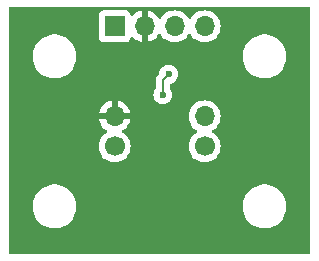
<source format=gbr>
%TF.GenerationSoftware,KiCad,Pcbnew,8.0.1*%
%TF.CreationDate,2025-03-04T14:29:29-08:00*%
%TF.ProjectId,VEML3328,56454d4c-3333-4323-982e-6b696361645f,rev?*%
%TF.SameCoordinates,Original*%
%TF.FileFunction,Copper,L2,Bot*%
%TF.FilePolarity,Positive*%
%FSLAX46Y46*%
G04 Gerber Fmt 4.6, Leading zero omitted, Abs format (unit mm)*
G04 Created by KiCad (PCBNEW 8.0.1) date 2025-03-04 14:29:29*
%MOMM*%
%LPD*%
G01*
G04 APERTURE LIST*
%TA.AperFunction,ComponentPad*%
%ADD10R,1.700000X1.700000*%
%TD*%
%TA.AperFunction,ComponentPad*%
%ADD11O,1.700000X1.700000*%
%TD*%
%TA.AperFunction,ComponentPad*%
%ADD12C,1.700000*%
%TD*%
%TA.AperFunction,ViaPad*%
%ADD13C,0.600000*%
%TD*%
%TA.AperFunction,Conductor*%
%ADD14C,0.200000*%
%TD*%
G04 APERTURE END LIST*
D10*
%TO.P,J1,1,Pin_1*%
%TO.N,/VDD*%
X142240000Y-81280000D03*
D11*
%TO.P,J1,2,Pin_2*%
%TO.N,/GND*%
X144780000Y-81280000D03*
%TO.P,J1,3,Pin_3*%
%TO.N,/SDA*%
X147319999Y-81280000D03*
%TO.P,J1,4,Pin_4*%
%TO.N,/SCK*%
X149860000Y-81280000D03*
%TD*%
D12*
%TO.P,J3,1,Pin_2*%
%TO.N,/SDA*%
X142240000Y-91440000D03*
D11*
%TO.P,J3,2,Pin_1*%
%TO.N,/GND*%
X142240000Y-88900000D03*
%TD*%
D12*
%TO.P,J2,1,Pin_1*%
%TO.N,/SCK*%
X149860000Y-91440000D03*
D11*
%TO.P,J2,2,Pin_2*%
%TO.N,/VDD*%
X149860000Y-88900000D03*
%TD*%
D13*
%TO.N,/SDA*%
X146812000Y-85344000D03*
X146320549Y-87084609D03*
%TD*%
D14*
%TO.N,/SDA*%
X146320549Y-85835451D02*
X146812000Y-85344000D01*
X146320549Y-87084609D02*
X146320549Y-85835451D01*
%TD*%
%TA.AperFunction,Conductor*%
%TO.N,/GND*%
G36*
X158762539Y-79646185D02*
G01*
X158808294Y-79698989D01*
X158819500Y-79750500D01*
X158819500Y-100395500D01*
X158799815Y-100462539D01*
X158747011Y-100508294D01*
X158695500Y-100519500D01*
X133404500Y-100519500D01*
X133337461Y-100499815D01*
X133291706Y-100447011D01*
X133280500Y-100395500D01*
X133280500Y-96641288D01*
X135309500Y-96641288D01*
X135341161Y-96881785D01*
X135403947Y-97116104D01*
X135496773Y-97340205D01*
X135496776Y-97340212D01*
X135618064Y-97550289D01*
X135618066Y-97550292D01*
X135618067Y-97550293D01*
X135765733Y-97742736D01*
X135765739Y-97742743D01*
X135937256Y-97914260D01*
X135937262Y-97914265D01*
X136129711Y-98061936D01*
X136339788Y-98183224D01*
X136563900Y-98276054D01*
X136798211Y-98338838D01*
X136978586Y-98362584D01*
X137038711Y-98370500D01*
X137038712Y-98370500D01*
X137281289Y-98370500D01*
X137329388Y-98364167D01*
X137521789Y-98338838D01*
X137756100Y-98276054D01*
X137980212Y-98183224D01*
X138190289Y-98061936D01*
X138382738Y-97914265D01*
X138554265Y-97742738D01*
X138701936Y-97550289D01*
X138823224Y-97340212D01*
X138916054Y-97116100D01*
X138978838Y-96881789D01*
X139010500Y-96641288D01*
X153089500Y-96641288D01*
X153121161Y-96881785D01*
X153183947Y-97116104D01*
X153276773Y-97340205D01*
X153276776Y-97340212D01*
X153398064Y-97550289D01*
X153398066Y-97550292D01*
X153398067Y-97550293D01*
X153545733Y-97742736D01*
X153545739Y-97742743D01*
X153717256Y-97914260D01*
X153717262Y-97914265D01*
X153909711Y-98061936D01*
X154119788Y-98183224D01*
X154343900Y-98276054D01*
X154578211Y-98338838D01*
X154758586Y-98362584D01*
X154818711Y-98370500D01*
X154818712Y-98370500D01*
X155061289Y-98370500D01*
X155109388Y-98364167D01*
X155301789Y-98338838D01*
X155536100Y-98276054D01*
X155760212Y-98183224D01*
X155970289Y-98061936D01*
X156162738Y-97914265D01*
X156334265Y-97742738D01*
X156481936Y-97550289D01*
X156603224Y-97340212D01*
X156696054Y-97116100D01*
X156758838Y-96881789D01*
X156790500Y-96641288D01*
X156790500Y-96398712D01*
X156758838Y-96158211D01*
X156696054Y-95923900D01*
X156603224Y-95699788D01*
X156481936Y-95489711D01*
X156334265Y-95297262D01*
X156334260Y-95297256D01*
X156162743Y-95125739D01*
X156162736Y-95125733D01*
X155970293Y-94978067D01*
X155970292Y-94978066D01*
X155970289Y-94978064D01*
X155760212Y-94856776D01*
X155760205Y-94856773D01*
X155536104Y-94763947D01*
X155301785Y-94701161D01*
X155061289Y-94669500D01*
X155061288Y-94669500D01*
X154818712Y-94669500D01*
X154818711Y-94669500D01*
X154578214Y-94701161D01*
X154343895Y-94763947D01*
X154119794Y-94856773D01*
X154119785Y-94856777D01*
X153909706Y-94978067D01*
X153717263Y-95125733D01*
X153717256Y-95125739D01*
X153545739Y-95297256D01*
X153545733Y-95297263D01*
X153398067Y-95489706D01*
X153276777Y-95699785D01*
X153276773Y-95699794D01*
X153183947Y-95923895D01*
X153121161Y-96158214D01*
X153089500Y-96398711D01*
X153089500Y-96641288D01*
X139010500Y-96641288D01*
X139010500Y-96398712D01*
X138978838Y-96158211D01*
X138916054Y-95923900D01*
X138823224Y-95699788D01*
X138701936Y-95489711D01*
X138554265Y-95297262D01*
X138554260Y-95297256D01*
X138382743Y-95125739D01*
X138382736Y-95125733D01*
X138190293Y-94978067D01*
X138190292Y-94978066D01*
X138190289Y-94978064D01*
X137980212Y-94856776D01*
X137980205Y-94856773D01*
X137756104Y-94763947D01*
X137521785Y-94701161D01*
X137281289Y-94669500D01*
X137281288Y-94669500D01*
X137038712Y-94669500D01*
X137038711Y-94669500D01*
X136798214Y-94701161D01*
X136563895Y-94763947D01*
X136339794Y-94856773D01*
X136339785Y-94856777D01*
X136129706Y-94978067D01*
X135937263Y-95125733D01*
X135937256Y-95125739D01*
X135765739Y-95297256D01*
X135765733Y-95297263D01*
X135618067Y-95489706D01*
X135496777Y-95699785D01*
X135496773Y-95699794D01*
X135403947Y-95923895D01*
X135341161Y-96158214D01*
X135309500Y-96398711D01*
X135309500Y-96641288D01*
X133280500Y-96641288D01*
X133280500Y-91440000D01*
X140884341Y-91440000D01*
X140904936Y-91675403D01*
X140904938Y-91675413D01*
X140966094Y-91903655D01*
X140966096Y-91903659D01*
X140966097Y-91903663D01*
X141065965Y-92117830D01*
X141065967Y-92117834D01*
X141174281Y-92272521D01*
X141201505Y-92311401D01*
X141368599Y-92478495D01*
X141465384Y-92546265D01*
X141562165Y-92614032D01*
X141562167Y-92614033D01*
X141562170Y-92614035D01*
X141776337Y-92713903D01*
X142004592Y-92775063D01*
X142192918Y-92791539D01*
X142239999Y-92795659D01*
X142240000Y-92795659D01*
X142240001Y-92795659D01*
X142279234Y-92792226D01*
X142475408Y-92775063D01*
X142703663Y-92713903D01*
X142917830Y-92614035D01*
X143111401Y-92478495D01*
X143278495Y-92311401D01*
X143414035Y-92117830D01*
X143513903Y-91903663D01*
X143575063Y-91675408D01*
X143595659Y-91440000D01*
X148504341Y-91440000D01*
X148524936Y-91675403D01*
X148524938Y-91675413D01*
X148586094Y-91903655D01*
X148586096Y-91903659D01*
X148586097Y-91903663D01*
X148685965Y-92117830D01*
X148685967Y-92117834D01*
X148794281Y-92272521D01*
X148821505Y-92311401D01*
X148988599Y-92478495D01*
X149085384Y-92546265D01*
X149182165Y-92614032D01*
X149182167Y-92614033D01*
X149182170Y-92614035D01*
X149396337Y-92713903D01*
X149624592Y-92775063D01*
X149812918Y-92791539D01*
X149859999Y-92795659D01*
X149860000Y-92795659D01*
X149860001Y-92795659D01*
X149899234Y-92792226D01*
X150095408Y-92775063D01*
X150323663Y-92713903D01*
X150537830Y-92614035D01*
X150731401Y-92478495D01*
X150898495Y-92311401D01*
X151034035Y-92117830D01*
X151133903Y-91903663D01*
X151195063Y-91675408D01*
X151215659Y-91440000D01*
X151195063Y-91204592D01*
X151133903Y-90976337D01*
X151034035Y-90762171D01*
X150898495Y-90568599D01*
X150898494Y-90568597D01*
X150731402Y-90401506D01*
X150731396Y-90401501D01*
X150545842Y-90271575D01*
X150502217Y-90216998D01*
X150495023Y-90147500D01*
X150526546Y-90085145D01*
X150545842Y-90068425D01*
X150568026Y-90052891D01*
X150731401Y-89938495D01*
X150898495Y-89771401D01*
X151034035Y-89577830D01*
X151133903Y-89363663D01*
X151195063Y-89135408D01*
X151215659Y-88900000D01*
X151195063Y-88664592D01*
X151133903Y-88436337D01*
X151034035Y-88222171D01*
X150898495Y-88028599D01*
X150898494Y-88028597D01*
X150731402Y-87861506D01*
X150731395Y-87861501D01*
X150537834Y-87725967D01*
X150537830Y-87725965D01*
X150513080Y-87714424D01*
X150323663Y-87626097D01*
X150323659Y-87626096D01*
X150323655Y-87626094D01*
X150095413Y-87564938D01*
X150095403Y-87564936D01*
X149860001Y-87544341D01*
X149859999Y-87544341D01*
X149624596Y-87564936D01*
X149624586Y-87564938D01*
X149396344Y-87626094D01*
X149396335Y-87626098D01*
X149182171Y-87725964D01*
X149182169Y-87725965D01*
X148988597Y-87861505D01*
X148821505Y-88028597D01*
X148685965Y-88222169D01*
X148685964Y-88222171D01*
X148586098Y-88436335D01*
X148586094Y-88436344D01*
X148524938Y-88664586D01*
X148524936Y-88664596D01*
X148504341Y-88899999D01*
X148504341Y-88900000D01*
X148524936Y-89135403D01*
X148524938Y-89135413D01*
X148586094Y-89363655D01*
X148586096Y-89363659D01*
X148586097Y-89363663D01*
X148685847Y-89577578D01*
X148685965Y-89577830D01*
X148685967Y-89577834D01*
X148821501Y-89771395D01*
X148821506Y-89771402D01*
X148988597Y-89938493D01*
X148988603Y-89938498D01*
X149174158Y-90068425D01*
X149217783Y-90123002D01*
X149224977Y-90192500D01*
X149193454Y-90254855D01*
X149174158Y-90271575D01*
X148988597Y-90401505D01*
X148821505Y-90568597D01*
X148685965Y-90762169D01*
X148685964Y-90762171D01*
X148586098Y-90976335D01*
X148586094Y-90976344D01*
X148524938Y-91204586D01*
X148524936Y-91204596D01*
X148504341Y-91439999D01*
X148504341Y-91440000D01*
X143595659Y-91440000D01*
X143575063Y-91204592D01*
X143513903Y-90976337D01*
X143414035Y-90762171D01*
X143278495Y-90568599D01*
X143278494Y-90568597D01*
X143111402Y-90401506D01*
X143111401Y-90401505D01*
X142925405Y-90271269D01*
X142881781Y-90216692D01*
X142874588Y-90147193D01*
X142906110Y-90084839D01*
X142925405Y-90068119D01*
X143111082Y-89938105D01*
X143278105Y-89771082D01*
X143413600Y-89577578D01*
X143513429Y-89363492D01*
X143513432Y-89363486D01*
X143570636Y-89150000D01*
X142673012Y-89150000D01*
X142705925Y-89092993D01*
X142740000Y-88965826D01*
X142740000Y-88834174D01*
X142705925Y-88707007D01*
X142673012Y-88650000D01*
X143570636Y-88650000D01*
X143570635Y-88649999D01*
X143513432Y-88436513D01*
X143513429Y-88436507D01*
X143413600Y-88222422D01*
X143413599Y-88222420D01*
X143278113Y-88028926D01*
X143278108Y-88028920D01*
X143111082Y-87861894D01*
X142917578Y-87726399D01*
X142703492Y-87626570D01*
X142703486Y-87626567D01*
X142490000Y-87569364D01*
X142490000Y-88466988D01*
X142432993Y-88434075D01*
X142305826Y-88400000D01*
X142174174Y-88400000D01*
X142047007Y-88434075D01*
X141990000Y-88466988D01*
X141990000Y-87569364D01*
X141989999Y-87569364D01*
X141776513Y-87626567D01*
X141776507Y-87626570D01*
X141562422Y-87726399D01*
X141562420Y-87726400D01*
X141368926Y-87861886D01*
X141368920Y-87861891D01*
X141201891Y-88028920D01*
X141201886Y-88028926D01*
X141066400Y-88222420D01*
X141066399Y-88222422D01*
X140966570Y-88436507D01*
X140966567Y-88436513D01*
X140909364Y-88649999D01*
X140909364Y-88650000D01*
X141806988Y-88650000D01*
X141774075Y-88707007D01*
X141740000Y-88834174D01*
X141740000Y-88965826D01*
X141774075Y-89092993D01*
X141806988Y-89150000D01*
X140909364Y-89150000D01*
X140966567Y-89363486D01*
X140966570Y-89363492D01*
X141066399Y-89577578D01*
X141201894Y-89771082D01*
X141368917Y-89938105D01*
X141554595Y-90068119D01*
X141598219Y-90122696D01*
X141605412Y-90192195D01*
X141573890Y-90254549D01*
X141554595Y-90271269D01*
X141368594Y-90401508D01*
X141201505Y-90568597D01*
X141065965Y-90762169D01*
X141065964Y-90762171D01*
X140966098Y-90976335D01*
X140966094Y-90976344D01*
X140904938Y-91204586D01*
X140904936Y-91204596D01*
X140884341Y-91439999D01*
X140884341Y-91440000D01*
X133280500Y-91440000D01*
X133280500Y-87084612D01*
X145514984Y-87084612D01*
X145535179Y-87263858D01*
X145535180Y-87263863D01*
X145594760Y-87434132D01*
X145679733Y-87569364D01*
X145690733Y-87586871D01*
X145818287Y-87714425D01*
X145971027Y-87810398D01*
X146117085Y-87861506D01*
X146141294Y-87869977D01*
X146141299Y-87869978D01*
X146320545Y-87890174D01*
X146320549Y-87890174D01*
X146320553Y-87890174D01*
X146499798Y-87869978D01*
X146499801Y-87869977D01*
X146499804Y-87869977D01*
X146670071Y-87810398D01*
X146822811Y-87714425D01*
X146950365Y-87586871D01*
X147046338Y-87434131D01*
X147105917Y-87263864D01*
X147126114Y-87084609D01*
X147105917Y-86905354D01*
X147046338Y-86735087D01*
X146950365Y-86582347D01*
X146950363Y-86582345D01*
X146950362Y-86582343D01*
X146948099Y-86579505D01*
X146947208Y-86577324D01*
X146946660Y-86576451D01*
X146946813Y-86576354D01*
X146921693Y-86514818D01*
X146921049Y-86502196D01*
X146921049Y-86241917D01*
X146940734Y-86174878D01*
X146993538Y-86129123D01*
X147004095Y-86124875D01*
X147161522Y-86069789D01*
X147314262Y-85973816D01*
X147441816Y-85846262D01*
X147537789Y-85693522D01*
X147597368Y-85523255D01*
X147601878Y-85483226D01*
X147617565Y-85344003D01*
X147617565Y-85343996D01*
X147597369Y-85164750D01*
X147597368Y-85164745D01*
X147537789Y-84994478D01*
X147441816Y-84841738D01*
X147314262Y-84714184D01*
X147196540Y-84640214D01*
X147161523Y-84618211D01*
X146991254Y-84558631D01*
X146991249Y-84558630D01*
X146812004Y-84538435D01*
X146811996Y-84538435D01*
X146632750Y-84558630D01*
X146632745Y-84558631D01*
X146462476Y-84618211D01*
X146309737Y-84714184D01*
X146182184Y-84841737D01*
X146086210Y-84994478D01*
X146026630Y-85164750D01*
X146016837Y-85251666D01*
X145989770Y-85316080D01*
X145981299Y-85325462D01*
X145944786Y-85361975D01*
X145944761Y-85362003D01*
X145840027Y-85466737D01*
X145789910Y-85553545D01*
X145789908Y-85553547D01*
X145760974Y-85603660D01*
X145760973Y-85603661D01*
X145745093Y-85662923D01*
X145720048Y-85756394D01*
X145720048Y-85756396D01*
X145720048Y-85924497D01*
X145720049Y-85924510D01*
X145720049Y-86502196D01*
X145700364Y-86569235D01*
X145692999Y-86579505D01*
X145690735Y-86582343D01*
X145594760Y-86735085D01*
X145535180Y-86905354D01*
X145535179Y-86905359D01*
X145514984Y-87084605D01*
X145514984Y-87084612D01*
X133280500Y-87084612D01*
X133280500Y-83941288D01*
X135309500Y-83941288D01*
X135341161Y-84181785D01*
X135403947Y-84416104D01*
X135487663Y-84618211D01*
X135496776Y-84640212D01*
X135618064Y-84850289D01*
X135618066Y-84850292D01*
X135618067Y-84850293D01*
X135765733Y-85042736D01*
X135765739Y-85042743D01*
X135937256Y-85214260D01*
X135937262Y-85214265D01*
X136129711Y-85361936D01*
X136339788Y-85483224D01*
X136563900Y-85576054D01*
X136798211Y-85638838D01*
X136978586Y-85662584D01*
X137038711Y-85670500D01*
X137038712Y-85670500D01*
X137281289Y-85670500D01*
X137329388Y-85664167D01*
X137521789Y-85638838D01*
X137756100Y-85576054D01*
X137980212Y-85483224D01*
X138190289Y-85361936D01*
X138382738Y-85214265D01*
X138554265Y-85042738D01*
X138701936Y-84850289D01*
X138823224Y-84640212D01*
X138916054Y-84416100D01*
X138978838Y-84181789D01*
X139010500Y-83941288D01*
X153089500Y-83941288D01*
X153121161Y-84181785D01*
X153183947Y-84416104D01*
X153267663Y-84618211D01*
X153276776Y-84640212D01*
X153398064Y-84850289D01*
X153398066Y-84850292D01*
X153398067Y-84850293D01*
X153545733Y-85042736D01*
X153545739Y-85042743D01*
X153717256Y-85214260D01*
X153717262Y-85214265D01*
X153909711Y-85361936D01*
X154119788Y-85483224D01*
X154343900Y-85576054D01*
X154578211Y-85638838D01*
X154758586Y-85662584D01*
X154818711Y-85670500D01*
X154818712Y-85670500D01*
X155061289Y-85670500D01*
X155109388Y-85664167D01*
X155301789Y-85638838D01*
X155536100Y-85576054D01*
X155760212Y-85483224D01*
X155970289Y-85361936D01*
X156162738Y-85214265D01*
X156334265Y-85042738D01*
X156481936Y-84850289D01*
X156603224Y-84640212D01*
X156696054Y-84416100D01*
X156758838Y-84181789D01*
X156790500Y-83941288D01*
X156790500Y-83698712D01*
X156758838Y-83458211D01*
X156696054Y-83223900D01*
X156603224Y-82999788D01*
X156481936Y-82789711D01*
X156363728Y-82635659D01*
X156334266Y-82597263D01*
X156334260Y-82597256D01*
X156162743Y-82425739D01*
X156162736Y-82425733D01*
X155970293Y-82278067D01*
X155970292Y-82278066D01*
X155970289Y-82278064D01*
X155760212Y-82156776D01*
X155747236Y-82151401D01*
X155536104Y-82063947D01*
X155301785Y-82001161D01*
X155061289Y-81969500D01*
X155061288Y-81969500D01*
X154818712Y-81969500D01*
X154818711Y-81969500D01*
X154578214Y-82001161D01*
X154343895Y-82063947D01*
X154119794Y-82156773D01*
X154119785Y-82156777D01*
X153909706Y-82278067D01*
X153717263Y-82425733D01*
X153717256Y-82425739D01*
X153545739Y-82597256D01*
X153545733Y-82597263D01*
X153398067Y-82789706D01*
X153276777Y-82999785D01*
X153276773Y-82999794D01*
X153183947Y-83223895D01*
X153121161Y-83458214D01*
X153089500Y-83698711D01*
X153089500Y-83941288D01*
X139010500Y-83941288D01*
X139010500Y-83698712D01*
X138978838Y-83458211D01*
X138916054Y-83223900D01*
X138823224Y-82999788D01*
X138701936Y-82789711D01*
X138583728Y-82635659D01*
X138554266Y-82597263D01*
X138554260Y-82597256D01*
X138382743Y-82425739D01*
X138382736Y-82425733D01*
X138190293Y-82278067D01*
X138190292Y-82278066D01*
X138190289Y-82278064D01*
X138016748Y-82177870D01*
X140889500Y-82177870D01*
X140889501Y-82177876D01*
X140895908Y-82237483D01*
X140946202Y-82372328D01*
X140946206Y-82372335D01*
X141032452Y-82487544D01*
X141032455Y-82487547D01*
X141147664Y-82573793D01*
X141147671Y-82573797D01*
X141282517Y-82624091D01*
X141282516Y-82624091D01*
X141289444Y-82624835D01*
X141342127Y-82630500D01*
X143137872Y-82630499D01*
X143197483Y-82624091D01*
X143332331Y-82573796D01*
X143447546Y-82487546D01*
X143533796Y-82372331D01*
X143583002Y-82240401D01*
X143624872Y-82184468D01*
X143690337Y-82160050D01*
X143758610Y-82174901D01*
X143786865Y-82196053D01*
X143908917Y-82318105D01*
X144102421Y-82453600D01*
X144316507Y-82553429D01*
X144316516Y-82553433D01*
X144530000Y-82610634D01*
X144530000Y-81713012D01*
X144587007Y-81745925D01*
X144714174Y-81780000D01*
X144845826Y-81780000D01*
X144972993Y-81745925D01*
X145030000Y-81713012D01*
X145030000Y-82610633D01*
X145243483Y-82553433D01*
X145243492Y-82553429D01*
X145457578Y-82453600D01*
X145651082Y-82318105D01*
X145818105Y-82151082D01*
X145948119Y-81965405D01*
X146002696Y-81921781D01*
X146072195Y-81914588D01*
X146134549Y-81946110D01*
X146151267Y-81965404D01*
X146191461Y-82022807D01*
X146281499Y-82151395D01*
X146281504Y-82151401D01*
X146448598Y-82318495D01*
X146545383Y-82386265D01*
X146642164Y-82454032D01*
X146642166Y-82454033D01*
X146642169Y-82454035D01*
X146856336Y-82553903D01*
X147084591Y-82615063D01*
X147261033Y-82630500D01*
X147319998Y-82635659D01*
X147319999Y-82635659D01*
X147320000Y-82635659D01*
X147378965Y-82630500D01*
X147555407Y-82615063D01*
X147783662Y-82553903D01*
X147997829Y-82454035D01*
X148191400Y-82318495D01*
X148358494Y-82151401D01*
X148488425Y-81965839D01*
X148543001Y-81922216D01*
X148612499Y-81915022D01*
X148674854Y-81946545D01*
X148691572Y-81965838D01*
X148821505Y-82151401D01*
X148988599Y-82318495D01*
X149085384Y-82386265D01*
X149182165Y-82454032D01*
X149182167Y-82454033D01*
X149182170Y-82454035D01*
X149396337Y-82553903D01*
X149624592Y-82615063D01*
X149801034Y-82630500D01*
X149859999Y-82635659D01*
X149860000Y-82635659D01*
X149860001Y-82635659D01*
X149918966Y-82630500D01*
X150095408Y-82615063D01*
X150323663Y-82553903D01*
X150537830Y-82454035D01*
X150731401Y-82318495D01*
X150898495Y-82151401D01*
X151034035Y-81957830D01*
X151133903Y-81743663D01*
X151195063Y-81515408D01*
X151215659Y-81280000D01*
X151195063Y-81044592D01*
X151133903Y-80816337D01*
X151034035Y-80602171D01*
X150898495Y-80408599D01*
X150898494Y-80408597D01*
X150731402Y-80241506D01*
X150731395Y-80241501D01*
X150537834Y-80105967D01*
X150537830Y-80105965D01*
X150537828Y-80105964D01*
X150323663Y-80006097D01*
X150323659Y-80006096D01*
X150323655Y-80006094D01*
X150095413Y-79944938D01*
X150095403Y-79944936D01*
X149860001Y-79924341D01*
X149859999Y-79924341D01*
X149624596Y-79944936D01*
X149624586Y-79944938D01*
X149396344Y-80006094D01*
X149396335Y-80006098D01*
X149182171Y-80105964D01*
X149182169Y-80105965D01*
X148988597Y-80241505D01*
X148821508Y-80408594D01*
X148691574Y-80594160D01*
X148636997Y-80637784D01*
X148567498Y-80644977D01*
X148505144Y-80613455D01*
X148488424Y-80594159D01*
X148358493Y-80408597D01*
X148191401Y-80241506D01*
X148191394Y-80241501D01*
X147997833Y-80105967D01*
X147997829Y-80105965D01*
X147997827Y-80105964D01*
X147783662Y-80006097D01*
X147783658Y-80006096D01*
X147783654Y-80006094D01*
X147555412Y-79944938D01*
X147555402Y-79944936D01*
X147320000Y-79924341D01*
X147319998Y-79924341D01*
X147084595Y-79944936D01*
X147084585Y-79944938D01*
X146856343Y-80006094D01*
X146856334Y-80006098D01*
X146642170Y-80105964D01*
X146642168Y-80105965D01*
X146448596Y-80241505D01*
X146281504Y-80408597D01*
X146151269Y-80594594D01*
X146096692Y-80638219D01*
X146027194Y-80645413D01*
X145964839Y-80613890D01*
X145948119Y-80594594D01*
X145818113Y-80408926D01*
X145818108Y-80408920D01*
X145651082Y-80241894D01*
X145457578Y-80106399D01*
X145243492Y-80006570D01*
X145243486Y-80006567D01*
X145030000Y-79949364D01*
X145030000Y-80846988D01*
X144972993Y-80814075D01*
X144845826Y-80780000D01*
X144714174Y-80780000D01*
X144587007Y-80814075D01*
X144530000Y-80846988D01*
X144530000Y-79949364D01*
X144529999Y-79949364D01*
X144316513Y-80006567D01*
X144316507Y-80006570D01*
X144102422Y-80106399D01*
X144102420Y-80106400D01*
X143908926Y-80241886D01*
X143786865Y-80363947D01*
X143725542Y-80397431D01*
X143655850Y-80392447D01*
X143599917Y-80350575D01*
X143583002Y-80319598D01*
X143533797Y-80187671D01*
X143533793Y-80187664D01*
X143447547Y-80072455D01*
X143447544Y-80072452D01*
X143332335Y-79986206D01*
X143332328Y-79986202D01*
X143197482Y-79935908D01*
X143197483Y-79935908D01*
X143137883Y-79929501D01*
X143137881Y-79929500D01*
X143137873Y-79929500D01*
X143137864Y-79929500D01*
X141342129Y-79929500D01*
X141342123Y-79929501D01*
X141282516Y-79935908D01*
X141147671Y-79986202D01*
X141147664Y-79986206D01*
X141032455Y-80072452D01*
X141032452Y-80072455D01*
X140946206Y-80187664D01*
X140946202Y-80187671D01*
X140895908Y-80322517D01*
X140889501Y-80382116D01*
X140889500Y-80382135D01*
X140889500Y-82177870D01*
X138016748Y-82177870D01*
X137980212Y-82156776D01*
X137967236Y-82151401D01*
X137756104Y-82063947D01*
X137521785Y-82001161D01*
X137281289Y-81969500D01*
X137281288Y-81969500D01*
X137038712Y-81969500D01*
X137038711Y-81969500D01*
X136798214Y-82001161D01*
X136563895Y-82063947D01*
X136339794Y-82156773D01*
X136339785Y-82156777D01*
X136129706Y-82278067D01*
X135937263Y-82425733D01*
X135937256Y-82425739D01*
X135765739Y-82597256D01*
X135765733Y-82597263D01*
X135618067Y-82789706D01*
X135496777Y-82999785D01*
X135496773Y-82999794D01*
X135403947Y-83223895D01*
X135341161Y-83458214D01*
X135309500Y-83698711D01*
X135309500Y-83941288D01*
X133280500Y-83941288D01*
X133280500Y-79750500D01*
X133300185Y-79683461D01*
X133352989Y-79637706D01*
X133404500Y-79626500D01*
X158695500Y-79626500D01*
X158762539Y-79646185D01*
G37*
%TD.AperFunction*%
%TD*%
M02*

</source>
